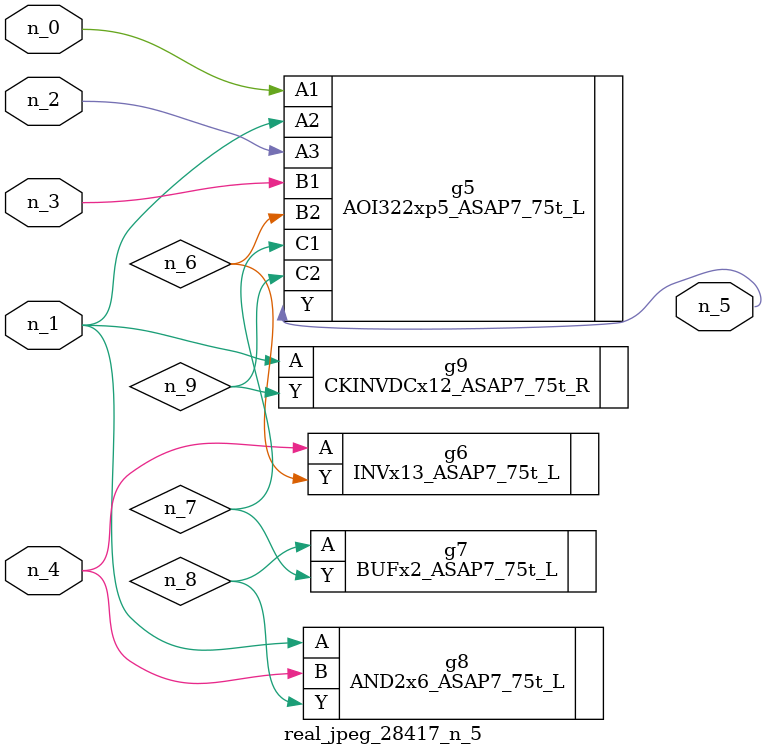
<source format=v>
module real_jpeg_28417_n_5 (n_4, n_0, n_1, n_2, n_3, n_5);

input n_4;
input n_0;
input n_1;
input n_2;
input n_3;

output n_5;

wire n_8;
wire n_6;
wire n_7;
wire n_9;

AOI322xp5_ASAP7_75t_L g5 ( 
.A1(n_0),
.A2(n_1),
.A3(n_2),
.B1(n_3),
.B2(n_6),
.C1(n_7),
.C2(n_9),
.Y(n_5)
);

AND2x6_ASAP7_75t_L g8 ( 
.A(n_1),
.B(n_4),
.Y(n_8)
);

CKINVDCx12_ASAP7_75t_R g9 ( 
.A(n_1),
.Y(n_9)
);

INVx13_ASAP7_75t_L g6 ( 
.A(n_4),
.Y(n_6)
);

BUFx2_ASAP7_75t_L g7 ( 
.A(n_8),
.Y(n_7)
);


endmodule
</source>
